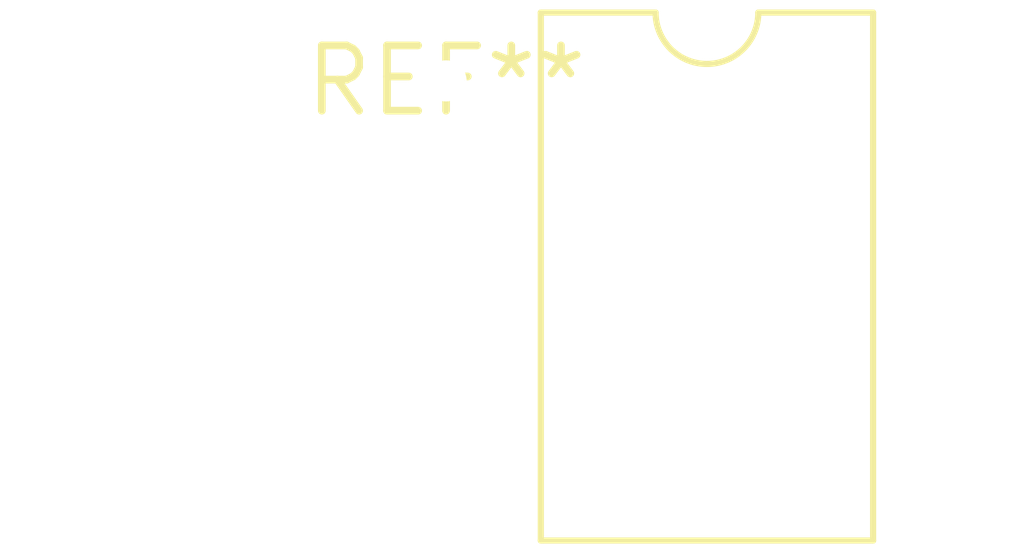
<source format=kicad_pcb>
(kicad_pcb (version 20240108) (generator pcbnew)
  (layers (0 "F.Cu" signal) (31 "B.Cu" signal) (34 "B.Paste" user) (35 "F.Paste" user) (36 "B.SilkS" user "B.Silkscreen") (37 "F.SilkS" user "F.Silkscreen") (38 "B.Mask" user) (39 "F.Mask" user) (44 "Edge.Cuts" user))
  (net 0 "")
  (footprint "DIP-8_W10.16mm" (layer "F.Cu") (at 0 0)
    (property "Reference" "REF**")
    (property "Value" "DIP-8_W10.16mm")
    (fp_line (start 1.845 -1.33) (end 1.845 8.95) (layer "F.SilkS") (stroke (width 0.12)))
    (fp_line (start 1.845 8.95) (end 8.315 8.95) (layer "F.SilkS") (stroke (width 0.12)))
    (fp_line (start 4.08 -1.33) (end 1.845 -1.33) (layer "F.SilkS") (stroke (width 0.12)))
    (fp_line (start 8.315 -1.33) (end 6.08 -1.33) (layer "F.SilkS") (stroke (width 0.12)))
    (fp_line (start 8.315 8.95) (end 8.315 -1.33) (layer "F.SilkS") (stroke (width 0.12)))
    (fp_arc (start 6.08 -1.33) (mid 5.08 -0.33) (end 4.08 -1.33) (layer "F.SilkS") (stroke (width 0.12)))
    (pad "1" thru_hole rect (at 0 0) (size 1.6 1.6) (drill 0.8) (layers *.Cu *.Mask) (remove_unused_layers))
    (pad "2" thru_hole oval (at 0 2.54) (size 1.6 1.6) (drill 0.8) (layers *.Cu *.Mask) (remove_unused_layers))
    (pad "3" thru_hole oval (at 0 5.08) (size 1.6 1.6) (drill 0.8) (layers *.Cu *.Mask) (remove_unused_layers))
    (pad "4" thru_hole oval (at 0 7.62) (size 1.6 1.6) (drill 0.8) (layers *.Cu *.Mask) (remove_unused_layers))
    (pad "5" thru_hole oval (at 10.16 7.62) (size 1.6 1.6) (drill 0.8) (layers *.Cu *.Mask) (remove_unused_layers))
    (pad "6" thru_hole oval (at 10.16 5.08) (size 1.6 1.6) (drill 0.8) (layers *.Cu *.Mask) (remove_unused_layers))
    (pad "7" thru_hole oval (at 10.16 2.54) (size 1.6 1.6) (drill 0.8) (layers *.Cu *.Mask) (remove_unused_layers))
    (pad "8" thru_hole oval (at 10.16 0) (size 1.6 1.6) (drill 0.8) (layers *.Cu *.Mask) (remove_unused_layers))
  )
)
</source>
